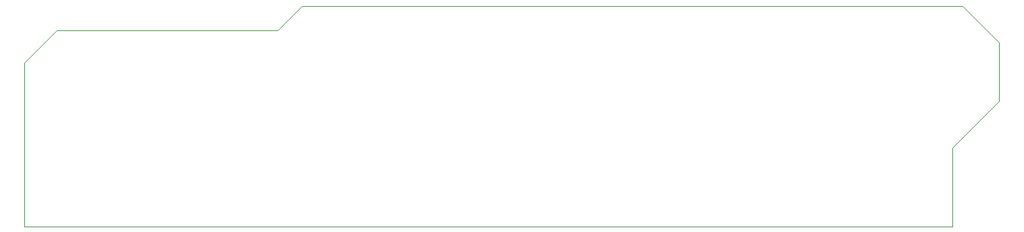
<source format=gbr>
%TF.GenerationSoftware,KiCad,Pcbnew,(5.1.6)-1*%
%TF.CreationDate,2022-11-05T15:29:04-04:00*%
%TF.ProjectId,A500-side-clockport,41353030-2d73-4696-9465-2d636c6f636b,rev?*%
%TF.SameCoordinates,Original*%
%TF.FileFunction,Profile,NP*%
%FSLAX46Y46*%
G04 Gerber Fmt 4.6, Leading zero omitted, Abs format (unit mm)*
G04 Created by KiCad (PCBNEW (5.1.6)-1) date 2022-11-05 15:29:04*
%MOMM*%
%LPD*%
G01*
G04 APERTURE LIST*
%TA.AperFunction,Profile*%
%ADD10C,0.050000*%
%TD*%
G04 APERTURE END LIST*
D10*
X96774000Y-67310000D02*
X96774000Y-87884000D01*
X100838000Y-63246000D02*
X96774000Y-67310000D01*
X128524000Y-63246000D02*
X100838000Y-63246000D01*
X131572000Y-60198000D02*
X128524000Y-63246000D01*
X214376000Y-60198000D02*
X131572000Y-60198000D01*
X218948000Y-64770000D02*
X214376000Y-60198000D01*
X218948000Y-72136000D02*
X218948000Y-64770000D01*
X213106000Y-77978000D02*
X218948000Y-72136000D01*
X213106000Y-87884000D02*
X213106000Y-77978000D01*
X96774000Y-87884000D02*
X213106000Y-87884000D01*
M02*

</source>
